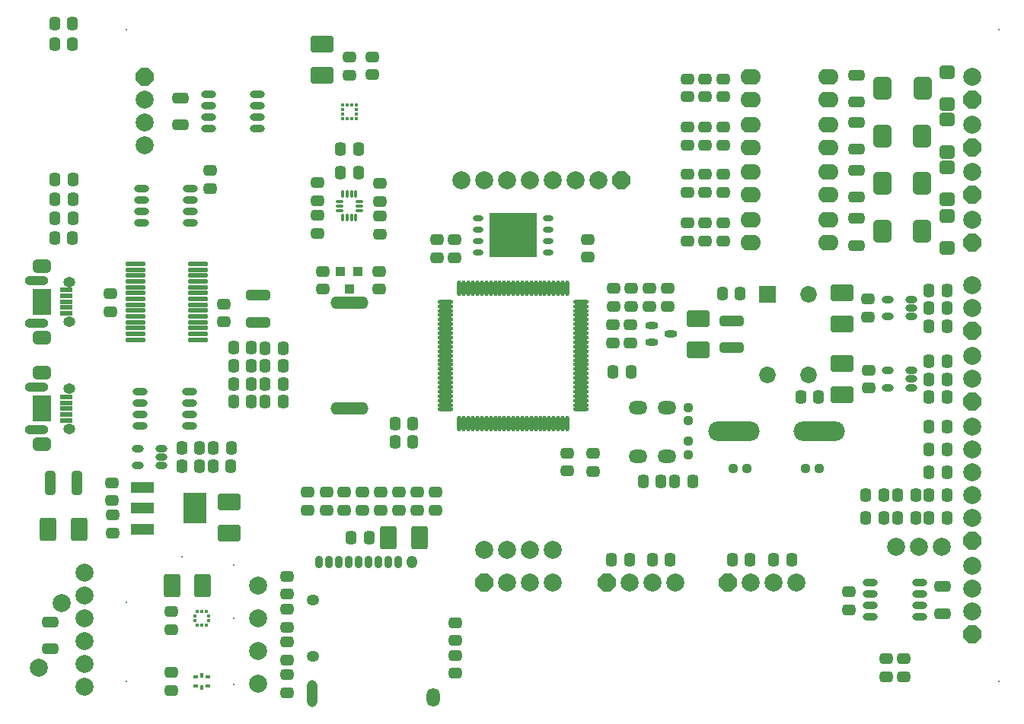
<source format=gts>
G04*
G04 #@! TF.GenerationSoftware,Altium Limited,Altium Designer,19.0.12 (326)*
G04*
G04 Layer_Color=8388736*
%FSLAX42Y42*%
%MOMM*%
G71*
G01*
G75*
G04:AMPARAMS|DCode=28|XSize=1.2mm|YSize=1.45mm|CornerRadius=0.35mm|HoleSize=0mm|Usage=FLASHONLY|Rotation=270.000|XOffset=0mm|YOffset=0mm|HoleType=Round|Shape=RoundedRectangle|*
%AMROUNDEDRECTD28*
21,1,1.20,0.75,0,0,270.0*
21,1,0.50,1.45,0,0,270.0*
1,1,0.70,-0.38,-0.25*
1,1,0.70,-0.38,0.25*
1,1,0.70,0.38,0.25*
1,1,0.70,0.38,-0.25*
%
%ADD28ROUNDEDRECTD28*%
%ADD29O,2.30X1.75*%
G04:AMPARAMS|DCode=30|XSize=1.2mm|YSize=1.8mm|CornerRadius=0.35mm|HoleSize=0mm|Usage=FLASHONLY|Rotation=270.000|XOffset=0mm|YOffset=0mm|HoleType=Round|Shape=RoundedRectangle|*
%AMROUNDEDRECTD30*
21,1,1.20,1.10,0,0,270.0*
21,1,0.50,1.80,0,0,270.0*
1,1,0.70,-0.55,-0.25*
1,1,0.70,-0.55,0.25*
1,1,0.70,0.55,0.25*
1,1,0.70,0.55,-0.25*
%
%ADD30ROUNDEDRECTD30*%
G04:AMPARAMS|DCode=31|XSize=2.11mm|YSize=2.62mm|CornerRadius=0.58mm|HoleSize=0mm|Usage=FLASHONLY|Rotation=0.000|XOffset=0mm|YOffset=0mm|HoleType=Round|Shape=RoundedRectangle|*
%AMROUNDEDRECTD31*
21,1,2.11,1.46,0,0,0.0*
21,1,0.95,2.62,0,0,0.0*
1,1,1.16,0.48,-0.73*
1,1,1.16,-0.48,-0.73*
1,1,1.16,-0.48,0.73*
1,1,1.16,0.48,0.73*
%
%ADD31ROUNDEDRECTD31*%
G04:AMPARAMS|DCode=32|XSize=1.6mm|YSize=1.73mm|CornerRadius=0.45mm|HoleSize=0mm|Usage=FLASHONLY|Rotation=90.000|XOffset=0mm|YOffset=0mm|HoleType=Round|Shape=RoundedRectangle|*
%AMROUNDEDRECTD32*
21,1,1.60,0.83,0,0,90.0*
21,1,0.70,1.73,0,0,90.0*
1,1,0.90,0.41,0.35*
1,1,0.90,0.41,-0.35*
1,1,0.90,-0.41,-0.35*
1,1,0.90,-0.41,0.35*
%
%ADD32ROUNDEDRECTD32*%
G04:AMPARAMS|DCode=33|XSize=1.85mm|YSize=2.6mm|CornerRadius=0.31mm|HoleSize=0mm|Usage=FLASHONLY|Rotation=90.000|XOffset=0mm|YOffset=0mm|HoleType=Round|Shape=RoundedRectangle|*
%AMROUNDEDRECTD33*
21,1,1.85,1.99,0,0,90.0*
21,1,1.24,2.60,0,0,90.0*
1,1,0.62,0.99,0.62*
1,1,0.62,0.99,-0.62*
1,1,0.62,-0.99,-0.62*
1,1,0.62,-0.99,0.62*
%
%ADD33ROUNDEDRECTD33*%
%ADD34O,1.35X0.80*%
G04:AMPARAMS|DCode=35|XSize=1.2mm|YSize=1.45mm|CornerRadius=0.35mm|HoleSize=0mm|Usage=FLASHONLY|Rotation=0.000|XOffset=0mm|YOffset=0mm|HoleType=Round|Shape=RoundedRectangle|*
%AMROUNDEDRECTD35*
21,1,1.20,0.75,0,0,0.0*
21,1,0.50,1.45,0,0,0.0*
1,1,0.70,0.25,-0.38*
1,1,0.70,-0.25,-0.38*
1,1,0.70,-0.25,0.38*
1,1,0.70,0.25,0.38*
%
%ADD35ROUNDEDRECTD35*%
%ADD36O,1.45X0.80*%
G04:AMPARAMS|DCode=37|XSize=1.2mm|YSize=2.7mm|CornerRadius=0.35mm|HoleSize=0mm|Usage=FLASHONLY|Rotation=90.000|XOffset=0mm|YOffset=0mm|HoleType=Round|Shape=RoundedRectangle|*
%AMROUNDEDRECTD37*
21,1,1.20,2.00,0,0,90.0*
21,1,0.50,2.70,0,0,90.0*
1,1,0.70,1.00,0.25*
1,1,0.70,1.00,-0.25*
1,1,0.70,-1.00,-0.25*
1,1,0.70,-1.00,0.25*
%
%ADD37ROUNDEDRECTD37*%
G04:AMPARAMS|DCode=38|XSize=1mm|YSize=0.95mm|CornerRadius=0.29mm|HoleSize=0mm|Usage=FLASHONLY|Rotation=180.000|XOffset=0mm|YOffset=0mm|HoleType=Round|Shape=RoundedRectangle|*
%AMROUNDEDRECTD38*
21,1,1.00,0.38,0,0,180.0*
21,1,0.43,0.95,0,0,180.0*
1,1,0.58,-0.21,0.19*
1,1,0.58,0.21,0.19*
1,1,0.58,0.21,-0.19*
1,1,0.58,-0.21,-0.19*
%
%ADD38ROUNDEDRECTD38*%
%ADD39O,5.70X2.20*%
G04:AMPARAMS|DCode=40|XSize=1mm|YSize=0.95mm|CornerRadius=0.29mm|HoleSize=0mm|Usage=FLASHONLY|Rotation=90.000|XOffset=0mm|YOffset=0mm|HoleType=Round|Shape=RoundedRectangle|*
%AMROUNDEDRECTD40*
21,1,1.00,0.38,0,0,90.0*
21,1,0.43,0.95,0,0,90.0*
1,1,0.58,0.19,0.21*
1,1,0.58,0.19,-0.21*
1,1,0.58,-0.19,-0.21*
1,1,0.58,-0.19,0.21*
%
%ADD40ROUNDEDRECTD40*%
%ADD41O,2.10X1.50*%
%ADD42O,1.65X0.80*%
G04:AMPARAMS|DCode=43|XSize=1.85mm|YSize=2.6mm|CornerRadius=0.31mm|HoleSize=0mm|Usage=FLASHONLY|Rotation=0.000|XOffset=0mm|YOffset=0mm|HoleType=Round|Shape=RoundedRectangle|*
%AMROUNDEDRECTD43*
21,1,1.85,1.99,0,0,0.0*
21,1,1.24,2.60,0,0,0.0*
1,1,0.62,0.62,-0.99*
1,1,0.62,-0.62,-0.99*
1,1,0.62,-0.62,0.99*
1,1,0.62,0.62,0.99*
%
%ADD43ROUNDEDRECTD43*%
%ADD44O,1.75X0.45*%
%ADD45O,0.45X1.75*%
%ADD46O,4.20X1.40*%
%ADD47R,0.45X0.50*%
%ADD48R,0.50X0.45*%
%ADD49R,0.35X0.38*%
%ADD50R,0.38X0.35*%
G04:AMPARAMS|DCode=51|XSize=0.35mm|YSize=0.38mm|CornerRadius=0mm|HoleSize=0mm|Usage=FLASHONLY|Rotation=90.000|XOffset=0mm|YOffset=0mm|HoleType=Round|Shape=Octagon|*
%AMOCTAGOND51*
4,1,8,-0.19,-0.09,-0.19,0.09,-0.10,0.18,0.10,0.18,0.19,0.09,0.19,-0.09,0.10,-0.18,-0.10,-0.18,-0.19,-0.09,0.0*
%
%ADD51OCTAGOND51*%

%ADD52R,2.60X1.20*%
%ADD53R,2.60X3.50*%
G04:AMPARAMS|DCode=54|XSize=1.2mm|YSize=2.7mm|CornerRadius=0.35mm|HoleSize=0mm|Usage=FLASHONLY|Rotation=180.000|XOffset=0mm|YOffset=0mm|HoleType=Round|Shape=RoundedRectangle|*
%AMROUNDEDRECTD54*
21,1,1.20,2.00,0,0,180.0*
21,1,0.50,2.70,0,0,180.0*
1,1,0.70,-0.25,1.00*
1,1,0.70,0.25,1.00*
1,1,0.70,0.25,-1.00*
1,1,0.70,-0.25,-1.00*
%
%ADD54ROUNDEDRECTD54*%
%ADD55R,0.40X0.40*%
%ADD56O,1.15X0.65*%
%ADD57R,5.36X5.00*%
%ADD58O,0.85X0.40*%
%ADD59O,0.40X0.85*%
%ADD60R,1.00X1.10*%
%ADD61O,2.30X0.55*%
%ADD62R,2.00X3.00*%
%ADD63R,1.45X0.50*%
%ADD64O,0.90X1.40*%
%ADD65O,1.40X1.20*%
%ADD66O,1.20X1.40*%
%ADD67O,1.20X3.00*%
%ADD68O,1.50X2.10*%
%ADD69R,1.85X1.85*%
%ADD70C,1.85*%
%ADD71C,2.00*%
%ADD72P,2.17X8X292.5*%
%ADD73O,2.63X1.05*%
G04:AMPARAMS|DCode=74|XSize=2mm|YSize=1.48mm|CornerRadius=0.39mm|HoleSize=0mm|Usage=FLASHONLY|Rotation=180.000|XOffset=0mm|YOffset=0mm|HoleType=Round|Shape=RoundedRectangle|*
%AMROUNDEDRECTD74*
21,1,2.00,0.69,0,0,180.0*
21,1,1.21,1.48,0,0,180.0*
1,1,0.79,-0.61,0.34*
1,1,0.79,0.61,0.34*
1,1,0.79,0.61,-0.34*
1,1,0.79,-0.61,-0.34*
%
%ADD74ROUNDEDRECTD74*%
%ADD75O,1.35X1.15*%
%ADD76P,2.17X8X22.5*%
%ADD77C,0.20*%
D28*
X7590Y6880D02*
D03*
Y7080D02*
D03*
X7790Y7080D02*
D03*
Y6880D02*
D03*
X7590Y6345D02*
D03*
Y6545D02*
D03*
X7794Y6545D02*
D03*
Y6345D02*
D03*
X7590Y5820D02*
D03*
Y6020D02*
D03*
X7792Y6020D02*
D03*
Y5820D02*
D03*
X7589Y5278D02*
D03*
Y5478D02*
D03*
X7792Y5478D02*
D03*
Y5278D02*
D03*
X9400Y4629D02*
D03*
Y4429D02*
D03*
X9407Y3840D02*
D03*
Y3640D02*
D03*
X6280Y5295D02*
D03*
Y5095D02*
D03*
X6760Y4140D02*
D03*
Y4340D02*
D03*
X6560Y4140D02*
D03*
Y4340D02*
D03*
X6770Y4750D02*
D03*
Y4550D02*
D03*
X6568Y4750D02*
D03*
Y4550D02*
D03*
X7170Y4750D02*
D03*
Y4550D02*
D03*
X6970Y4750D02*
D03*
Y4550D02*
D03*
X9190Y1370D02*
D03*
Y1170D02*
D03*
X9600Y423D02*
D03*
Y623D02*
D03*
X6055Y2715D02*
D03*
Y2915D02*
D03*
X4810Y663D02*
D03*
Y463D02*
D03*
X4811Y1029D02*
D03*
Y829D02*
D03*
X4590Y2280D02*
D03*
Y2480D02*
D03*
X4180Y2280D02*
D03*
Y2480D02*
D03*
X3980D02*
D03*
Y2280D02*
D03*
X3780Y2480D02*
D03*
Y2280D02*
D03*
X3576Y2480D02*
D03*
Y2280D02*
D03*
X3376Y2480D02*
D03*
Y2280D02*
D03*
X3172Y2480D02*
D03*
Y2280D02*
D03*
X2937Y446D02*
D03*
Y246D02*
D03*
X2936Y812D02*
D03*
Y612D02*
D03*
X2937Y1178D02*
D03*
Y978D02*
D03*
X2936Y1543D02*
D03*
Y1343D02*
D03*
X1650Y953D02*
D03*
Y1153D02*
D03*
Y275D02*
D03*
Y475D02*
D03*
X997Y2225D02*
D03*
Y2025D02*
D03*
X7389Y5478D02*
D03*
Y5278D02*
D03*
X7390Y6018D02*
D03*
Y5818D02*
D03*
X7389Y6545D02*
D03*
Y6345D02*
D03*
X7390Y7080D02*
D03*
Y6880D02*
D03*
X9800Y423D02*
D03*
Y623D02*
D03*
X4386Y2280D02*
D03*
Y2480D02*
D03*
X996Y2585D02*
D03*
Y2385D02*
D03*
X3637Y7325D02*
D03*
Y7125D02*
D03*
X3889Y7328D02*
D03*
Y7128D02*
D03*
X4805Y5293D02*
D03*
Y5093D02*
D03*
X4603Y5293D02*
D03*
Y5093D02*
D03*
X3975Y5355D02*
D03*
Y5555D02*
D03*
X3974Y5917D02*
D03*
Y5717D02*
D03*
X3278Y5363D02*
D03*
Y5563D02*
D03*
Y5927D02*
D03*
Y5727D02*
D03*
X3960Y4940D02*
D03*
Y4740D02*
D03*
X3340Y4940D02*
D03*
Y4740D02*
D03*
X2240Y4575D02*
D03*
Y4375D02*
D03*
X978Y4490D02*
D03*
Y4690D02*
D03*
X2084Y6062D02*
D03*
Y5862D02*
D03*
X6344Y2912D02*
D03*
Y2712D02*
D03*
D29*
X8955Y5256D02*
D03*
Y5510D02*
D03*
X8095D02*
D03*
Y5256D02*
D03*
X8955Y5788D02*
D03*
Y6042D02*
D03*
X8095D02*
D03*
Y5788D02*
D03*
X8955Y6318D02*
D03*
Y6572D02*
D03*
X8095D02*
D03*
Y6318D02*
D03*
X8955Y6848D02*
D03*
Y7102D02*
D03*
X8095D02*
D03*
Y6848D02*
D03*
D30*
X9275Y7125D02*
D03*
Y6825D02*
D03*
Y6600D02*
D03*
Y6300D02*
D03*
X9274Y6065D02*
D03*
Y5765D02*
D03*
X9275Y5528D02*
D03*
Y5228D02*
D03*
X10225Y1430D02*
D03*
Y1130D02*
D03*
X310Y737D02*
D03*
Y1037D02*
D03*
X1750Y6570D02*
D03*
Y6870D02*
D03*
D31*
X9556Y6445D02*
D03*
X10004D02*
D03*
X9560Y6975D02*
D03*
X10007D02*
D03*
X9556Y5915D02*
D03*
X10004D02*
D03*
X9556Y5385D02*
D03*
X10003D02*
D03*
D32*
X10282Y7158D02*
D03*
Y6802D02*
D03*
X10284Y6270D02*
D03*
Y6626D02*
D03*
X10282Y6093D02*
D03*
Y5737D02*
D03*
X10284Y5200D02*
D03*
Y5556D02*
D03*
D33*
X9110Y4701D02*
D03*
Y4356D02*
D03*
X9115Y3913D02*
D03*
Y3568D02*
D03*
X7510Y4067D02*
D03*
Y4412D02*
D03*
X2294Y2373D02*
D03*
Y2028D02*
D03*
X3327Y7125D02*
D03*
Y7470D02*
D03*
D34*
X9623Y4434D02*
D03*
Y4624D02*
D03*
X9883D02*
D03*
Y4529D02*
D03*
Y4434D02*
D03*
X9883Y3645D02*
D03*
Y3740D02*
D03*
Y3835D02*
D03*
X9623D02*
D03*
Y3645D02*
D03*
X1280Y2775D02*
D03*
Y2965D02*
D03*
X1540D02*
D03*
Y2870D02*
D03*
Y2775D02*
D03*
D35*
X10277Y4527D02*
D03*
X10077D02*
D03*
X10277Y4327D02*
D03*
X10077D02*
D03*
X10277Y4727D02*
D03*
X10077D02*
D03*
X10277Y3538D02*
D03*
X10077D02*
D03*
X10277Y3938D02*
D03*
X10077D02*
D03*
X10277Y3738D02*
D03*
X10077D02*
D03*
X7778Y4689D02*
D03*
X7978D02*
D03*
X8850Y3537D02*
D03*
X8650D02*
D03*
X7248Y2602D02*
D03*
X7448D02*
D03*
X10280Y2954D02*
D03*
X10080D02*
D03*
X10077Y3210D02*
D03*
X10277D02*
D03*
X10280Y2195D02*
D03*
X10080D02*
D03*
X10280Y2702D02*
D03*
X10080D02*
D03*
X10280Y2449D02*
D03*
X10080D02*
D03*
X9730Y2195D02*
D03*
X9930D02*
D03*
X9730Y2449D02*
D03*
X9930D02*
D03*
X9576Y2195D02*
D03*
X9376D02*
D03*
X9576Y2449D02*
D03*
X9376D02*
D03*
X8550Y1730D02*
D03*
X8350D02*
D03*
X7890Y1729D02*
D03*
X8090D02*
D03*
X6750Y1729D02*
D03*
X6550D02*
D03*
X7000Y1730D02*
D03*
X7200D02*
D03*
X3650Y1970D02*
D03*
X3850D02*
D03*
X4140Y3040D02*
D03*
X4340D02*
D03*
X4140Y3240D02*
D03*
X4340D02*
D03*
X1767Y2770D02*
D03*
X1967D02*
D03*
X2316D02*
D03*
X2116D02*
D03*
X1968Y2970D02*
D03*
X1768D02*
D03*
X2319D02*
D03*
X2119D02*
D03*
X7100Y2602D02*
D03*
X6900D02*
D03*
X3535Y6039D02*
D03*
X3735D02*
D03*
X3535Y6299D02*
D03*
X3735D02*
D03*
X2545Y3485D02*
D03*
X2345D02*
D03*
X2694Y3485D02*
D03*
X2894D02*
D03*
X2545Y3685D02*
D03*
X2345D02*
D03*
X2694Y3685D02*
D03*
X2894D02*
D03*
X2694Y3885D02*
D03*
X2894D02*
D03*
X2694Y4084D02*
D03*
X2894D02*
D03*
X2544Y3885D02*
D03*
X2344D02*
D03*
X2544Y4086D02*
D03*
X2344D02*
D03*
X555Y5306D02*
D03*
X355D02*
D03*
X357Y5526D02*
D03*
X557D02*
D03*
X357Y5743D02*
D03*
X557D02*
D03*
Y5960D02*
D03*
X357D02*
D03*
X355Y7472D02*
D03*
X555D02*
D03*
Y7695D02*
D03*
X355D02*
D03*
X6565Y3820D02*
D03*
X6765D02*
D03*
D36*
X7205Y4240D02*
D03*
X6995Y4145D02*
D03*
Y4335D02*
D03*
D37*
X7880Y4090D02*
D03*
Y4390D02*
D03*
X2619Y4670D02*
D03*
Y4370D02*
D03*
D38*
X8705Y2740D02*
D03*
X8855D02*
D03*
X8054D02*
D03*
X7904D02*
D03*
D39*
X8858Y3160D02*
D03*
X7908D02*
D03*
D40*
X7400Y3045D02*
D03*
Y2895D02*
D03*
Y3425D02*
D03*
Y3275D02*
D03*
D41*
X6840Y3425D02*
D03*
Y2875D02*
D03*
X7160D02*
D03*
Y3425D02*
D03*
D42*
X9428Y1470D02*
D03*
Y1344D02*
D03*
Y1216D02*
D03*
Y1090D02*
D03*
X9973Y1470D02*
D03*
Y1344D02*
D03*
Y1216D02*
D03*
Y1090D02*
D03*
X1307Y3601D02*
D03*
Y3474D02*
D03*
Y3347D02*
D03*
Y3219D02*
D03*
X1852Y3601D02*
D03*
Y3474D02*
D03*
Y3347D02*
D03*
Y3219D02*
D03*
X1320Y5862D02*
D03*
Y5735D02*
D03*
Y5608D02*
D03*
Y5481D02*
D03*
X1865Y5862D02*
D03*
Y5735D02*
D03*
Y5608D02*
D03*
Y5481D02*
D03*
X2068Y6911D02*
D03*
Y6784D02*
D03*
Y6657D02*
D03*
Y6530D02*
D03*
X2613Y6911D02*
D03*
Y6784D02*
D03*
Y6657D02*
D03*
Y6530D02*
D03*
D43*
X4067Y1970D02*
D03*
X4412D02*
D03*
X1657Y1443D02*
D03*
X2002D02*
D03*
X282Y2070D02*
D03*
X627D02*
D03*
D44*
X6207Y3400D02*
D03*
Y3450D02*
D03*
Y3500D02*
D03*
X6207Y3550D02*
D03*
Y3600D02*
D03*
X6207Y3650D02*
D03*
Y3700D02*
D03*
Y3750D02*
D03*
Y3800D02*
D03*
Y3850D02*
D03*
Y3900D02*
D03*
Y3950D02*
D03*
Y4000D02*
D03*
Y4050D02*
D03*
Y4100D02*
D03*
X6207Y4150D02*
D03*
Y4200D02*
D03*
Y4250D02*
D03*
X6207Y4300D02*
D03*
Y4350D02*
D03*
Y4400D02*
D03*
Y4450D02*
D03*
Y4500D02*
D03*
X6207Y4550D02*
D03*
Y4600D02*
D03*
X4702D02*
D03*
Y4550D02*
D03*
Y4500D02*
D03*
Y4450D02*
D03*
Y4400D02*
D03*
Y4350D02*
D03*
Y4300D02*
D03*
Y4250D02*
D03*
Y4200D02*
D03*
Y4150D02*
D03*
Y4100D02*
D03*
Y4050D02*
D03*
Y4000D02*
D03*
Y3950D02*
D03*
Y3900D02*
D03*
Y3850D02*
D03*
Y3800D02*
D03*
Y3750D02*
D03*
Y3700D02*
D03*
Y3650D02*
D03*
Y3600D02*
D03*
Y3550D02*
D03*
Y3500D02*
D03*
Y3450D02*
D03*
Y3400D02*
D03*
D45*
X6055Y4753D02*
D03*
X6005D02*
D03*
X5955D02*
D03*
X5905Y4753D02*
D03*
X5855D02*
D03*
X5805D02*
D03*
X5755D02*
D03*
X5705D02*
D03*
X5655Y4753D02*
D03*
X5605D02*
D03*
X5555Y4753D02*
D03*
X5505D02*
D03*
X5455D02*
D03*
X5405D02*
D03*
X5355D02*
D03*
X5305D02*
D03*
X5255D02*
D03*
X5205D02*
D03*
X5155D02*
D03*
X5105D02*
D03*
X5055Y4753D02*
D03*
X5005D02*
D03*
X4955D02*
D03*
X4905Y4753D02*
D03*
X4855D02*
D03*
Y3247D02*
D03*
X4905D02*
D03*
X4955D02*
D03*
X5005D02*
D03*
X5055D02*
D03*
X5105D02*
D03*
X5155D02*
D03*
X5205D02*
D03*
X5255D02*
D03*
X5305D02*
D03*
X5355D02*
D03*
X5405D02*
D03*
X5455D02*
D03*
X5505D02*
D03*
X5555D02*
D03*
X5605D02*
D03*
X5655D02*
D03*
X5705D02*
D03*
X5755D02*
D03*
X5805D02*
D03*
X5855D02*
D03*
X5905D02*
D03*
X5955D02*
D03*
X6005D02*
D03*
X6055D02*
D03*
D46*
X3630Y4590D02*
D03*
Y3410D02*
D03*
D47*
X1992Y443D02*
D03*
Y308D02*
D03*
D48*
X2060Y425D02*
D03*
Y325D02*
D03*
X1925D02*
D03*
Y425D02*
D03*
D49*
X1942Y1154D02*
D03*
X1992D02*
D03*
X2042D02*
D03*
Y1001D02*
D03*
X1992D02*
D03*
X1942D02*
D03*
D50*
X2068Y1103D02*
D03*
Y1053D02*
D03*
X1916Y1053D02*
D03*
D51*
Y1103D02*
D03*
D52*
X1332Y2530D02*
D03*
X1332Y2300D02*
D03*
Y2070D02*
D03*
D53*
X1912Y2300D02*
D03*
D54*
X605Y2585D02*
D03*
X305D02*
D03*
D55*
X3560Y6790D02*
D03*
Y6740D02*
D03*
Y6690D02*
D03*
Y6640D02*
D03*
X3610Y6790D02*
D03*
X3660D02*
D03*
X3710D02*
D03*
Y6740D02*
D03*
Y6690D02*
D03*
Y6640D02*
D03*
X3660D02*
D03*
X3610D02*
D03*
D56*
X5845Y5149D02*
D03*
Y5276D02*
D03*
Y5403D02*
D03*
Y5531D02*
D03*
X5065D02*
D03*
Y5403D02*
D03*
Y5276D02*
D03*
Y5149D02*
D03*
D57*
X5455Y5340D02*
D03*
D58*
X3740Y5717D02*
D03*
Y5667D02*
D03*
Y5617D02*
D03*
X3520D02*
D03*
Y5667D02*
D03*
Y5717D02*
D03*
D59*
X3705Y5534D02*
D03*
X3655D02*
D03*
X3605D02*
D03*
X3555D02*
D03*
Y5800D02*
D03*
X3605Y5800D02*
D03*
X3655D02*
D03*
X3705Y5800D02*
D03*
D60*
X3725Y4940D02*
D03*
X3535D02*
D03*
X3630Y4740D02*
D03*
D61*
X1948Y4177D02*
D03*
Y4242D02*
D03*
Y4307D02*
D03*
Y4372D02*
D03*
Y4437D02*
D03*
Y4502D02*
D03*
Y4567D02*
D03*
Y4632D02*
D03*
Y4697D02*
D03*
Y4762D02*
D03*
Y4827D02*
D03*
Y4892D02*
D03*
Y4957D02*
D03*
Y5022D02*
D03*
X1257Y4177D02*
D03*
Y4242D02*
D03*
Y4307D02*
D03*
Y4372D02*
D03*
Y4437D02*
D03*
Y4502D02*
D03*
Y4567D02*
D03*
Y4632D02*
D03*
Y4697D02*
D03*
Y4762D02*
D03*
Y4827D02*
D03*
Y4892D02*
D03*
Y4957D02*
D03*
Y5022D02*
D03*
D62*
X215Y4600D02*
D03*
Y3410D02*
D03*
D63*
X483Y4730D02*
D03*
Y4665D02*
D03*
Y4600D02*
D03*
Y4535D02*
D03*
Y4470D02*
D03*
Y3280D02*
D03*
Y3345D02*
D03*
Y3410D02*
D03*
Y3475D02*
D03*
Y3540D02*
D03*
D64*
X4176Y1706D02*
D03*
X4066D02*
D03*
X3956D02*
D03*
X3846D02*
D03*
X3736D02*
D03*
X3626D02*
D03*
X3516D02*
D03*
X3406D02*
D03*
X3296D02*
D03*
D65*
X3226Y656D02*
D03*
Y1276D02*
D03*
D66*
X4331Y1706D02*
D03*
D67*
X3216Y241D02*
D03*
D68*
X4566Y196D02*
D03*
D69*
X8285Y4684D02*
D03*
D70*
X8735D02*
D03*
Y3784D02*
D03*
X8285D02*
D03*
D71*
X183Y527D02*
D03*
X437Y1247D02*
D03*
X10555Y3994D02*
D03*
Y3740D02*
D03*
Y1661D02*
D03*
Y1407D02*
D03*
Y1153D02*
D03*
X10224Y1870D02*
D03*
X9716D02*
D03*
X9970D02*
D03*
X10555Y2448D02*
D03*
Y2702D02*
D03*
Y2956D02*
D03*
Y3210D02*
D03*
Y2194D02*
D03*
Y6572D02*
D03*
Y5512D02*
D03*
Y6042D02*
D03*
Y7102D02*
D03*
Y4529D02*
D03*
Y4783D02*
D03*
X6145Y5950D02*
D03*
X5891D02*
D03*
X5637D02*
D03*
X5383D02*
D03*
X6399D02*
D03*
X5129D02*
D03*
X4875D02*
D03*
X1360Y6339D02*
D03*
Y6593D02*
D03*
Y6847D02*
D03*
X685Y1588D02*
D03*
Y1334D02*
D03*
Y1080D02*
D03*
Y826D02*
D03*
Y572D02*
D03*
Y318D02*
D03*
X2619Y346D02*
D03*
X2619Y713D02*
D03*
X2619Y1076D02*
D03*
X2619Y1443D02*
D03*
X5129Y1840D02*
D03*
X5383D02*
D03*
X5637D02*
D03*
X5891D02*
D03*
X5891Y1471D02*
D03*
X5637D02*
D03*
X5383D02*
D03*
X6746D02*
D03*
X7000D02*
D03*
X7254D02*
D03*
X8096D02*
D03*
X8350D02*
D03*
X8604D02*
D03*
D72*
X10555Y3486D02*
D03*
Y899D02*
D03*
X10555Y1940D02*
D03*
Y6318D02*
D03*
Y5258D02*
D03*
Y5788D02*
D03*
Y6848D02*
D03*
Y4275D02*
D03*
X1360Y7101D02*
D03*
D73*
X150Y4838D02*
D03*
Y4363D02*
D03*
Y3173D02*
D03*
Y3648D02*
D03*
D74*
X215Y4999D02*
D03*
Y4201D02*
D03*
Y3011D02*
D03*
Y3809D02*
D03*
D75*
X515Y4377D02*
D03*
Y4822D02*
D03*
Y3632D02*
D03*
Y3187D02*
D03*
D76*
X6653Y5950D02*
D03*
X5129Y1471D02*
D03*
X6492D02*
D03*
X7842D02*
D03*
D77*
X2350Y1670D02*
D03*
Y339D02*
D03*
Y1076D02*
D03*
X1767Y1760D02*
D03*
X1155Y1253D02*
D03*
Y7625D02*
D03*
X10855D02*
D03*
Y375D02*
D03*
X1155D02*
D03*
M02*

</source>
